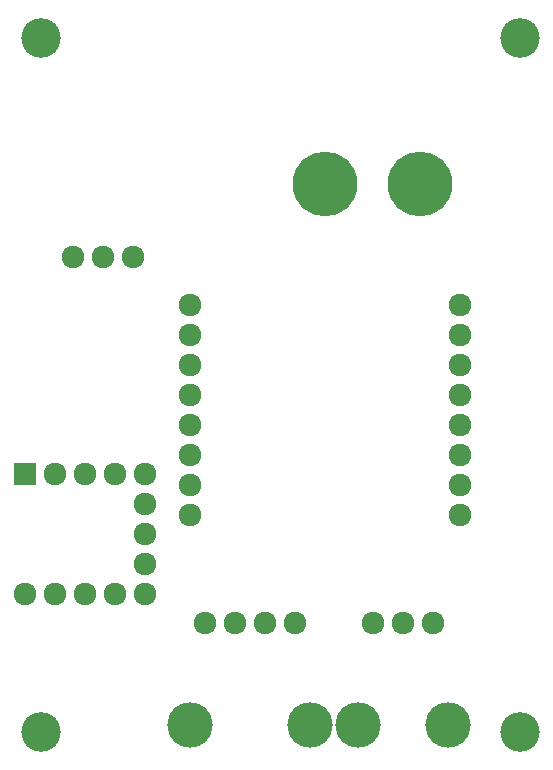
<source format=gbr>
G04 #@! TF.FileFunction,Soldermask,Bot*
%FSLAX46Y46*%
G04 Gerber Fmt 4.6, Leading zero omitted, Abs format (unit mm)*
G04 Created by KiCad (PCBNEW 4.0.7) date 04/29/18 15:58:17*
%MOMM*%
%LPD*%
G01*
G04 APERTURE LIST*
%ADD10C,0.100000*%
%ADD11C,3.346400*%
%ADD12C,1.924000*%
%ADD13R,1.924000X1.924000*%
%ADD14C,5.480000*%
%ADD15C,3.850000*%
G04 APERTURE END LIST*
D10*
D11*
X240151920Y-83240880D03*
D12*
X208343500Y-130365500D03*
X208343500Y-127825500D03*
X208343500Y-125285500D03*
X208343500Y-122745500D03*
X208343500Y-120205500D03*
X205803500Y-120205500D03*
X203263500Y-120205500D03*
X200723500Y-120205500D03*
D13*
X198183500Y-120205500D03*
D12*
X205803500Y-130365500D03*
X203263500Y-130365500D03*
X200723500Y-130365500D03*
X198183500Y-130365500D03*
X202311000Y-101854000D03*
X204851000Y-101854000D03*
X207391000Y-101854000D03*
D14*
X223647000Y-95631000D03*
X231648000Y-95631000D03*
D12*
X221107000Y-132778500D03*
X218567000Y-132778500D03*
X216027000Y-132778500D03*
X213487000Y-132778500D03*
D15*
X222377000Y-141414500D03*
X212217000Y-141414500D03*
D12*
X232791000Y-132778500D03*
X230251000Y-132778500D03*
X227711000Y-132778500D03*
D15*
X234061000Y-141414500D03*
X226441000Y-141414500D03*
D12*
X212153500Y-105918000D03*
X212153500Y-108458000D03*
X212153500Y-110998000D03*
X212153500Y-113538000D03*
X212153500Y-116078000D03*
X212153500Y-118618000D03*
X212153500Y-121158000D03*
X212153500Y-123698000D03*
X235013500Y-105918000D03*
X235013500Y-108458000D03*
X235013500Y-110998000D03*
X235013500Y-113538000D03*
X235013500Y-116078000D03*
X235013500Y-118618000D03*
X235013500Y-121158000D03*
X235013500Y-123698000D03*
D11*
X240151920Y-142031720D03*
X199572880Y-142031720D03*
X199572880Y-83240880D03*
M02*

</source>
